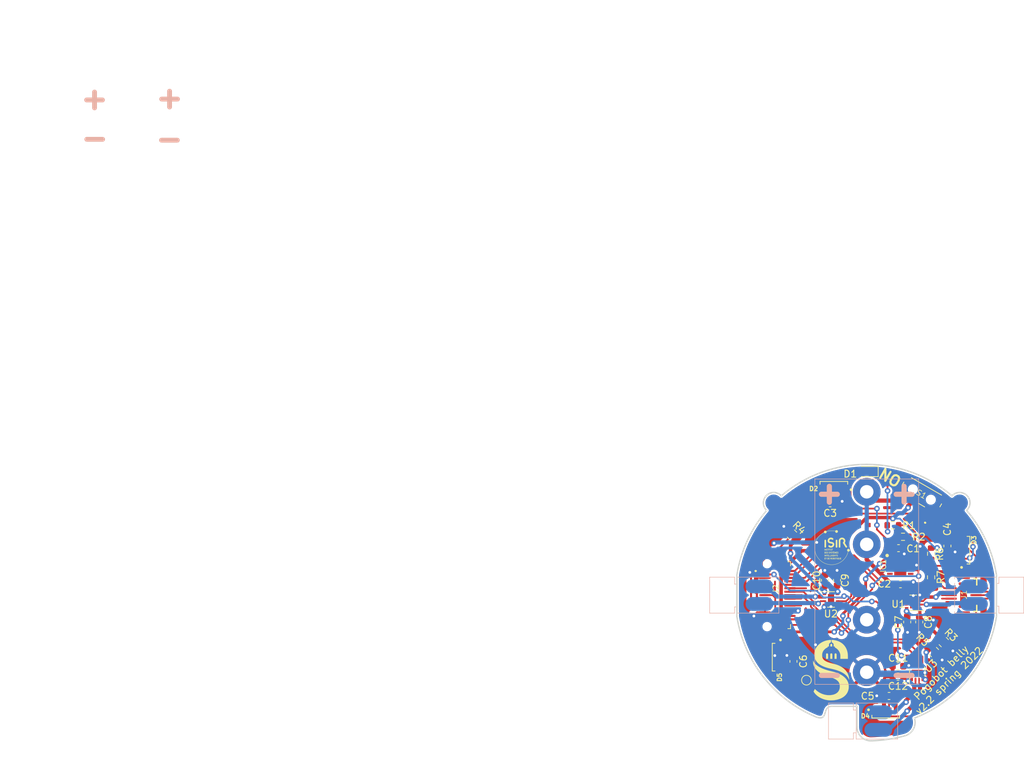
<source format=kicad_pcb>
(kicad_pcb (version 20211014) (generator pcbnew)
  (title_block (title "Pogobot belly") (date "2022-03-29") (rev "2.2") (company "ISIR"))
  (layers (0 "F.Cu" signal) (31 "B.Cu" signal) (34 "B.Paste" user) (35 "F.Paste" user) (36 "B.SilkS" user "B.Silkscreen") (37 "F.SilkS" user "F.Silkscreen") (38 "B.Mask" user) (39 "F.Mask" user) (44 "Edge.Cuts" user))
  (net 0 "")
  (net 1 "GND")
  (net 2 "+5V")
  (net 3 "Net-(C2-Pad1)")
  (net 4 "Net-(D1-Pad1)")
  (net 5 "+BATT")
  (net 6 "iCE_RX")
  (net 7 "iCE_TX")
  (net 8 "IMU_INT")
  (net 9 "+3V3")
  (net 10 "LED_CHARGE")
  (net 11 "GPIO2")
  (net 12 "Net-(D2-Pad3)")
  (net 13 "Net-(D3-Pad3)")
  (net 14 "Net-(D4-Pad3)")
  (net 15 "Net-(D5-Pad3)")
  (net 18 "FLASH_CS")
  (net 19 "SPI_MISO")
  (net 20 "SPI_MOSI")
  (net 21 "SPI_CLK")
  (net 22 "~{RESET}")
  (net 23 "GPIO8")
  (net 24 "unconnected-(J2-Pad21)")
  (net 25 "Net-(M1-Pad1)")
  (net 27 "/CH4")
  (net 28 "/CH5")
  (net 29 "/CH6")
  (net 32 "Net-(M2-Pad2)")
  (net 33 "RGB_LED_IN")
  (net 34 "CDONE")
  (net 35 "GPIO6")
  (net 36 "GPIO1")
  (net 37 "GPIO0")
  (net 39 "GPIO4")
  (net 40 "GPIO3")
  (net 45 "RGB_LED_OUT")
  (net 46 "/prog")
  (net 47 "Net-(M3-Pad1)")
  (net 48 "Net-(M1-Pad2)")
  (net 49 "Net-(M2-Pad1)")
  (net 50 "Net-(M3-Pad2)")
  (net 51 "Net-(C8-Pad1)")
  (net 52 "Net-(C10-Pad1)")
  (net 53 "Net-(C12-Pad1)")
  (net 54 "/CH7")
  (net 55 "GPIO7")
  (net 56 "GPIO5")
  (footprint "LED_SMD:LED_0603_1608Metric_Pad1.05x0.95mm_HandSolder" (layer "F.Cu") (at 106.1984 49.1228 180)
    (fp_text reference "D1")
    (fp_text value "LED")
  )
  (footprint "Resistor_SMD:R_0603_1608Metric" (layer "F.Cu") (at 109.983 56.8952)
    (fp_text reference "R1")
    (fp_text value "1K")
  )
  (footprint "Resistor_SMD:R_0603_1608Metric" (layer "F.Cu") (at 111.4468 58.5588)
    (fp_text reference "R2")
    (fp_text value "10K")
  )
  (footprint "Capacitor_SMD:C_0603_1608Metric" (layer "F.Cu") (at 110.7968 60.2088)
    (fp_text reference "C1")
    (fp_text value "4.7uF")
  )
  (footprint "Capacitor_SMD:C_0603_1608Metric" (layer "F.Cu") (at 111.0752 65.42297)
    (fp_text reference "C2")
    (fp_text value "4.7uF")
  )
  (footprint "Footprints:10132797015100LF" (layer "F.Cu") (at 120.1984 67.0044 90)
    (fp_text reference "J1")
    (fp_text value "10132797-015100LF" hide)
  )
  (footprint "Footprints:10132797035100LF" (layer "F.Cu") (at 93.2984 67.0044 -90)
    (fp_text reference "J2")
    (fp_text value "10132797-035100LF" hide)
  )
  (footprint "TestPoint:TestPoint_Pad_D1.0mm" (layer "F.Cu") (at 97.4862 79.298)
    (fp_text reference "TP4" hide)
    (fp_text value "RGB_Out" hide)
  )
  (footprint "Footprints:MSK12C02" (layer "F.Cu") (at 114.166 52.447775 150)
    (fp_text reference "S1")
    (fp_text value "MSK12C02" hide)
  )
  (footprint "Capacitor_SMD:C_0603_1608Metric" (layer "F.Cu") (at 100.9152 53.7202 180)
    (fp_text reference "C3")
    (fp_text value "1uF")
  )
  (footprint "Capacitor_SMD:C_0603_1608Metric" (layer "F.Cu") (at 117.857 59.8924 90)
    (fp_text reference "C4")
    (fp_text value "1uF")
  )
  (footprint "Capacitor_SMD:C_0603_1608Metric" (layer "F.Cu") (at 109.4242 81.584)
    (fp_text reference "C5")
    (fp_text value "1uF")
  )
  (footprint "Capacitor_SMD:C_0603_1608Metric" (layer "F.Cu") (at 95.6066 76.5802 -90)
    (fp_text reference "C6")
    (fp_text value "1uF")
  )
  (footprint "MyFootprints:logo_isir_petit" (layer "F.Cu") (at 101.1968 60.1088)
    (fp_text reference "G***" hide)
    (fp_text value "LOGO" hide)
  )
  (footprint "Footprints:LED_IN-PI42TASPRPGPB" (layer "F.Cu") (at 101.4486 51.3072 180)
    (fp_text reference "D2")
    (fp_text value "IN-PI42TASPRPGPB")
  )
  (footprint "Footprints:LED_IN-PI42TASPRPGPB" (layer "F.Cu") (at 120.3462 60.502 90)
    (fp_text reference "D3")
    (fp_text value "IN-PI42TASPRPGPB")
  )
  (footprint "Footprints:LED_IN-PI42TASPRPGPB" (layer "F.Cu") (at 108.9416 84.0224)
    (fp_text reference "D4")
    (fp_text value "IN-PI42TASPRPGPB")
  )
  (footprint "Footprints:LED_IN-PI42TASPRPGPB" (layer "F.Cu") (at 93.2952 75.9706 -90)
    (fp_text reference "D5")
    (fp_text value "IN-PI42TASPRPGPB")
  )
  (footprint "Footprints:SON50P300X300X100-11N-D" (layer "F.Cu") (at 111.0484 62.9194)
    (fp_text reference "IC1")
    (fp_text value "MCP73123-22SI_MF" hide)
  )
  (footprint "Package_SON:WSON-8-1EP_2x2mm_P0.5mm_EP0.9x1.6mm" (layer "F.Cu") (at 112.9184 68.1094 180)
    (fp_text reference "U1")
    (fp_text value "DRV8837C")
  )
  (footprint "Capacitor_SMD:C_0603_1608Metric" (layer "F.Cu") (at 110.7184 78.7794 180)
    (fp_text reference "C12")
    (fp_text value "100n")
  )
  (footprint "Package_SON:WSON-8-1EP_2x2mm_P0.5mm_EP0.9x1.6mm" (layer "F.Cu") (at 113.500668 78.239451 90)
    (fp_text reference "U3")
    (fp_text value "DRV8837C")
  )
  (footprint "Resistor_SMD:R_0603_1608Metric" (layer "F.Cu") (at 115.5084 61.0194 -90)
    (fp_text reference "R6")
    (fp_text value "10K")
  )
  (footprint "Capacitor_SMD:C_0603_1608Metric" (layer "F.Cu") (at 100.1584 64.8494 90)
    (fp_text reference "C10")
    (fp_text value "100n")
  )
  (footprint "Resistor_SMD:R_0805_2012Metric" (layer "F.Cu") (at 115.9084 75.2294 135)
    (fp_text reference "R5")
    (fp_text value "0")
  )
  (footprint "Capacitor_SMD:C_0603_1608Metric" (layer "F.Cu") (at 112.0484 70.8894 -90)
    (fp_text reference "C7")
    (fp_text value "100n")
  )
  (footprint "Capacitor_SMD:C_0603_1608Metric" (layer "F.Cu") (at 113.7884 70.8894 -90)
    (fp_text reference "C8")
    (fp_text value "100n")
  )
  (footprint "Capacitor_SMD:C_0603_1608Metric" (layer "F.Cu") (at 110.7184 77.2794 180)
    (fp_text reference "C11")
    (fp_text value "100n")
  )
  (footprint "Resistor_SMD:R_0603_1608Metric" (layer "F.Cu") (at 115.5084 64.4194 -90)
    (fp_text reference "R7")
    (fp_text value "10K")
  )
  (footprint "Footprints:LOGO_SU_without_text" (layer "F.Cu") (at 101.0676 77.8502)
    (fp_text reference "G***" hide)
    (fp_text value "LOGO" hide)
  )
  (footprint "Resistor_SMD:R_0805_2012Metric" (layer "F.Cu") (at 117.3384 73.7994 135)
    (fp_text reference "R3")
    (fp_text value "0")
  )
  (footprint "Package_SON:WSON-8-1EP_2x2mm_P0.5mm_EP0.9x1.6mm" (layer "F.Cu") (at 101.0384 67.6294)
    (fp_text reference "U2")
    (fp_text value "DRV8837C")
  )
  (footprint "Capacitor_SMD:C_0603_1608Metric" (layer "F.Cu") (at 101.9084 64.8444 90)
    (fp_text reference "C9")
    (fp_text value "100n")
  )
  (footprint "Resistor_SMD:R_0805_2012Metric" (layer "F.Cu") (at 95.3984 58.2494 -45)
    (fp_text reference "R4")
    (fp_text value "0")
  )
  (footprint "Fiducial:Fiducial_0.5mm_Mask1.5mm" (layer "F.Cu") (at 99 83)
    (fp_text reference "REF**" hide)
    (fp_text value "Fiducial_0.5mm_Mask1.5mm")
  )
  (footprint "MyFootprints:Vibrating_5x6mm_DC_motor" (layer "B.Cu") (at 121.6984 67.0044 180)
    (fp_text reference "M1" hide)
    (fp_text value "Motor_DC")
  )
  (footprint "MyFootprints:Vibrating_5x6mm_DC_motor" (layer "B.Cu") (at 90.6984 67.0044)
    (fp_text reference "M2" hide)
    (fp_text value "Motor_DC")
  )
  (footprint "MyFootprints:Vibrating_5x6mm_DC_motor" (layer "B.Cu") (at 107.8748 85.2144)
    (fp_text reference "M3" hide)
    (fp_text value "Motor_DC")
  )
  (footprint "MyFootprints:CR2_Holder" (layer "B.Cu") (at 106.1984 65.0044 90)
    (fp_text reference "J3" hide)
    (fp_text value "A/AA PCB Battery clip")
  )
  (gr_curve (pts (xy 112.95213 86.36102) (xy 113.21193 85.877808) (xy 113.261824 85.309088) (xy 113.09013 84.78802)) (layer "Edge.Cuts") (width 0.2))
  (gr_curve (pts (xy 105.38313 87.49702) (xy 105.773239 87.882851) (xy 106.304727 88.091469) (xy 106.85313 88.07402)) (layer "Edge.Cuts") (width 0.2))
  (gr_curve (pts (xy 91.73713 54.75102) (xy 89.470707 57.407378) (xy 87.980143 60.636934) (xy 87.42913 64.085021)) (layer "Edge.Cuts") (width 0.2))
  (gr_curve (pts (xy 93.85713 52.63202) (xy 93.483842 52.227945) (xy 92.919316 52.060621) (xy 92.38613 52.19602)) (layer "Edge.Cuts") (width 0.2))
  (gr_line (start 101.19013 83.08502) (end 104.79013 83.08502) (layer "Edge.Cuts") (width 0.2))
  (gr_curve (pts (xy 124.95213 64.085021) (xy 124.400829 60.63683) (xy 122.909914 57.407265) (xy 120.64313 54.75102)) (layer "Edge.Cuts") (width 0.2))
  (gr_curve (pts (xy 119.99513 52.19602) (xy 119.461944 52.060621) (xy 118.897418 52.227945) (xy 118.52413 52.63202)) (layer "Edge.Cuts") (width 0.2))
  (gr_curve (pts (xy 104.79013 86.03302) (xy 104.778558 86.581712) (xy 104.99297 87.111051) (xy 105.38313 87.49702)) (layer "Edge.Cuts") (width 0.2))
  (gr_curve (pts (xy 118.52413 52.63202) (xy 111.419436 46.569149) (xy 100.961824 46.569149) (xy 93.85713 52.63202)) (layer "Edge.Cuts") (width 0.2))
  (gr_curve (pts (xy 91.30213 53.28002) (xy 91.166485 53.813022) (xy 91.333416 54.377516) (xy 91.73713 54.75102)) (layer "Edge.Cuts") (width 0.2))
  (gr_curve (pts (xy 113.09013 84.78802) (xy 119.373104 82.339251) (xy 123.887414 76.743744) (xy 124.95213 70.08502)) (layer "Edge.Cuts") (width 0.2))
  (gr_curve (pts (xy 120.64313 54.75102) (xy 121.047205 54.377732) (xy 121.214529 53.813206) (xy 121.07913 53.28002)) (layer "Edge.Cuts") (width 0.2))
  (gr_curve (pts (xy 98.94113 84.64702) (xy 100.76113 85.25802) (xy 99.64213 83.03802) (xy 101.19013 83.08502)) (layer "Edge.Cuts") (width 0.2))
  (gr_curve (pts (xy 111.71713 87.34402) (xy 112.246156 87.199531) (xy 112.692644 86.844148) (xy 112.95213 86.36102)) (layer "Edge.Cuts") (width 0.2))
  (gr_curve (pts (xy 87.42913 70.08502) (xy 88.472804 76.610776) (xy 92.832419 82.125433) (xy 98.94113 84.64702)) (layer "Edge.Cuts") (width 0.2))
  (gr_curve (pts (xy 104.79013 83.08502) (xy 104.79013 83.08502) (xy 104.79013 86.03302) (xy 104.79013 86.03302)) (layer "Edge.Cuts") (width 0.2))
  (gr_curve (pts (xy 124.95213 70.08502) (xy 124.95213 70.08502) (xy 124.95213 64.085021) (xy 124.95213 64.085021)) (layer "Edge.Cuts") (width 0.2))
  (gr_curve (pts (xy 87.42913 64.085021) (xy 87.42913 64.085021) (xy 87.42913 70.08502) (xy 87.42913 70.08502)) (layer "Edge.Cuts") (width 0.2))
  (gr_curve (pts (xy 92.38613 52.19602) (xy 91.853497 52.331483) (xy 91.437593 52.747387) (xy 91.30213 53.28002)) (layer "Edge.Cuts") (width 0.2))
  (gr_curve (pts (xy 106.85313 88.07402) (xy 108.49746 88.022051) (xy 110.129988 87.777038) (xy 111.71713 87.34402)) (layer "Edge.Cuts") (width 0.2))
  (gr_curve (pts (xy 121.07913 53.28002) (xy 120.943667 52.747387) (xy 120.527763 52.331483) (xy 119.99513 52.19602)) (layer "Edge.Cuts") (width 0.2))
  (gr_text "-" (at -5.3848 0.8636) (layer "B.SilkS") (effects (font (size 3 3) (thickness 0.7)) (justify mirror)))
  (gr_text "-" (at 5.4102 0.9906) (layer "B.SilkS") (effects (font (size 3 3) (thickness 0.7)) (justify mirror)))
  (gr_text "+" (at 5.4356 -4.953) (layer "B.SilkS") (effects (font (size 3 3) (thickness 0.7)) (justify mirror)))
  (gr_text "+" (at -5.4102 -4.826) (layer "B.SilkS") (effects (font (size 3 3) (thickness 0.7)) (justify mirror)))
  (gr_text "Pogobot belly\nv2.2 spring 2022\n" (at 117.5384 78.7994 45) (layer "F.SilkS") (effects (font (size 1 1))))
  (gr_text "ON" (at 109.6084 49.9294 150) (layer "F.SilkS") (effects (font (size 1.5 1.5) (thickness 0.3))))
  (segment (start 90.3234 67.2838) (end 90.544 67.5044) (width 0.3) (layer "F.Cu") (net 1))
  (segment (start 111.6593 59.6838) (end 111.6593 60.2088) (width 0.6) (layer "F.Cu") (net 1))
  (segment (start 110.3894 83.6452) (end 110.3894 81.6867) (width 0.5) (layer "F.Cu") (net 1))
  (segment (start 117.8791 59.052) (end 119.9712 59.052) (width 0.25) (layer "F.Cu") (net 1))
  (segment (start 101.0284 68.6594) (end 101.0284 67.6394) (width 0.25) (layer "F.Cu") (net 1))
  (segment (start 111.6218 62.3585) (end 111.06707 62.91323) (width 0.6) (layer "F.Cu") (net 1))
  (segment (start 114.8344 59.0299) (end 117.857 59.0299) (width 0.25) (layer "F.Cu") (net 1))
  (segment (start 112.9184 68.1094) (end 112.9184 67.0794) (width 0.25) (layer "F.Cu") (net 1))
  (segment (start 101.0284 67.6394) (end 101.0384 67.6294) (width 0.25) (layer "F.Cu") (net 1))
  (segment (start 110.5343 58.5588) (end 111.6593 59.6838) (width 0.6) (layer "F.Cu") (net 1))
  (segment (start 91.5884 74.2094) (end 91.8884 73.9094) (width 0.5) (layer "F.Cu") (net 1))
  (segment (start 90.544 67.5044) (end 91.4984 67.5044) (width 0.3) (layer "F.Cu") (net 1))
  (segment (start 115.829088 70.608712) (end 115.829088 70.573712) (width 0.25) (layer "F.Cu") (net 1))
  (segment (start 110.3894 81.6867) (end 110.2867 81.584) (width 0.5) (layer "F.Cu") (net 1))
  (segment (start 113.7884 72.3694) (end 113.7984 72.3794) (width 0.25) (layer "F.Cu") (net 1))
  (segment (start 99.9986 51.6822) (end 99.9754 51.7054) (width 0.6) (layer "F.Cu") (net 1))
  (segment (start 100.0584 68.4094) (end 100.0884 68.3794) (width 0.25) (layer "F.Cu") (net 1))
  (segment (start 114.658451 79.189451) (end 114.250669 79.189451) (width 0.25) (layer "F.Cu") (net 1))
  (segment (start 112.0484 72.3294) (end 112.0984 72.3794) (width 0.25) (layer "F.Cu") (net 1))
  (segment (start 113.3968 62.6588) (end 113.14237 62.91323) (width 0.3) (layer "F.Cu") (net 1))
  (segment (start 112.0484 71.6644) (end 112.0484 72.3294) (width 0.25) (layer "F.Cu") (net 1))
  (segment (start 99.9754 51.7054) (end 99.9754 53.6429) (width 0.6) (layer "F.Cu") (net 1))
  (segment (start 113.9249 59.9394) (end 114.8344 59.0299) (width 0.25) (layer "F.Cu") (net 1))
  (segment (start 111.6593 60.9963) (end 111.6593 60.2088) (width 0.6) (layer "F.Cu") (net 1))
  (segment (start 90.2458 65.5044) (end 91.4984 65.5044) (width 0.25) (layer "F.Cu") (net 1))
  (segment (start 114.578349 78.239451) (end 113.500668 78.239451) (width 0.25) (layer "F.Cu") (net 1))
  (segment (start 92.4382 59.4794) (end 90.198889 61.718711) (width 0.6) (layer "F.Cu") (net 1))
  (segment (start 113.7884 71.6644) (end 113.7884 72.3694) (width 0.25) (layer "F.Cu") (net 1))
  (segment (start 90.3234 66.5218) (end 90.3408 66.5044) (width 0.25) (layer "F.Cu") (net 1))
  (segment (start 90.198889 65.819889) (end 90.198889 65.503311) (width 0.6) (layer "F.Cu") (net 1))
  (segment (start 95.5987 77.4506) (end 95.6066 77.4427) (width 0.25) (layer "F.Cu") (net 1))
  (segment (start 100.0584 68.7549) (end 100.0584 68.4094) (width 0.25) (layer "F.Cu") (net 1))
  (segment (start 90.1964 64.707378) (end 90.399378 64.5044) (width 0.25) (layer "F.Cu") (net 1))
  (segment (start 101.9084 64.0694) (end 101.9084 63.4194) (width 0.25) (layer "F.Cu") (net 1))
  (segment (start 90.198889 61.718711) (end 90.198889 65.452511) (width 0.6) (layer "F.Cu") (net 1))
  (segment (start 100.1584 64.0744) (end 101.9034 64.0744) (width 0.25) (layer "F.Cu") (net 1))
  (segment (start 90.3834 66.0044) (end 90.198889 65.819889) (width 0.25) (layer "F.Cu") (net 1))
  (segment (start 100.1584 64.0744) (end 100.1584 63.4294) (width 0.25) (layer "F.Cu") (net 1))
  (segment (start 90.1964 65.455) (end 90.1964 64.707378) (width 0.25) (layer "F.Cu") (net 1))
  (segment (start 114.6784 79.2094) (end 114.658451 79.189451) (width 0.25) (layer "F.Cu") (net 1))
  (segment (start 113.8684 67.3594) (end 113.8684 66.9794) (width 0.25) (layer "F.Cu") (net 1))
  (segment (start 95.9784 73.8994) (end 98.5184 73.8994) (width 0.5) (layer "F.Cu") (net 1))
  (segment (start 90.3234 66.5218) (end 90.3234 67.2838) (width 0.3) (layer "F.Cu") (net 1))
  (segment (start 113.3968 62.6588) (end 113.15123 62.41323) (width 0.3) (layer "F.Cu") (net 1))
  (segment (start 114.5984 78.2194) (end 114.578349 78.239451) (width 0.25) (layer "F.Cu") (net 1))
  (segment (start 115.829088 70.573712) (end 118.3984 68.0044) (width 0.25) (layer "F.Cu") (net 1))
  (segment (start 90.3234 66.5218) (end 90.198889 66.5218) (width 0.3) (layer "F.Cu") (net 1))
  (segment (start 100.1584 63.4294) (end 100.1484 63.4194) (width 0.25) (layer "F.Cu") (net 1))
  (segment (start 112.93523 65.12297) (end 112.63523 65.42297) (width 0.6) (layer "F.Cu") (net 1))
  (segment (start 112.9184 67.0794) (end 112.9284 67.0694) (width 0.25) (layer "F.Cu") (net 1))
  (segment (start 92.7984 59.4794) (end 92.4382 59.4794) (width 0.6) (layer "F.Cu") (net 1))
  (segment (start 95.9684 73.9094) (end 95.9784 73.8994) (width 0.5) (layer "F.Cu") (net 1))
  (segment (start 113.15123 62.41323) (end 112.56707 62.41323) (width 0.3) (layer "F.Cu") (net 1))
  (segment (start 98.5184 73.8994) (end 98.7984 74.1794) (width 0.5) (layer "F.Cu") (net 1))
  (segment (start 111.6218 61.0338) (end 111.6593 60.9963) (width 0.6) (layer "F.Cu") (net 1))
  (segment (start 90.198889 66.5218) (end 90.198889 65.819889) (width 0.6) (layer "F.Cu") (net 1))
  (segment (start 113.14237 62.91323) (end 112.56707 62.91323) (width 0.3) (layer "F.Cu") (net 1))
  (segment (start 110.3916 83.6474) (end 110.3894 83.6452) (width 0.5) (layer "F.Cu") (net 1))
  (segment (start 90.2218 65.4804) (end 90.2458 65.5044) (width 0.25) (layer "F.Cu") (net 1))
  (segment (start 111.6218 61.0338) (end 111.6218 62.3585) (width 0.6) (layer "F.Cu") (net 1))
  (segment (start 99.9754 53.6429) (end 100.0527 53.7202) (width 0.6) (layer "F.Cu") (net 1))
  (segment (start 93.6702 77.4506) (end 95.5987 77.4506) (width 0.25) (layer "F.Cu") (net 1))
  (segment (start 91.8884 73.9094) (end 95.9684 73.9094) (width 0.5) (layer "F.Cu") (net 1))
  (segment (start 90.399378 64.5044) (end 91.4984 64.5044) (width 0.25) (layer "F.Cu") (net 1))
  (segment (start 90.3408 66.5044) (end 91.4984 66.5044) (width 0.25) (layer "F.Cu") (net 1))
  (segment (start 117.857 59.0299) (end 117.8791 59.052) (width 0.25) (layer "F.Cu") (net 1))
  (segment (start 101.9034 64.0744) (end 101.9084 64.0694) (width 0.25) (layer "F.Cu") (net 1))
  (segment (start 91.4984 66.0044) (end 90.3834 66.0044) (width 0.25) (layer "F.Cu") (net 1))
  (segment (start 112.63523 65.42297) (end 111.9377 65.42297) (width 0.6) (layer "F.Cu") (net 1))
  (via (at 113.9249 59.9394) (size 0.8) (drill 0.4) (layers "F.Cu" "B.Cu") (net 1))
  (via (at 112.93523 65.12297) (size 0.8) (drill 0.4) (layers "F.Cu" "B.Cu") (net 1))
  (via (at 114.5984 78.2194) (size 0.8) (drill 0.4) (layers "F.Cu" "B.Cu") (net 1))
  (via (at 100.1484 63.4194) (size 0.8) (drill 0.4) (layers "F.Cu" "B.Cu") (net 1))
  (via (at 112.9284 67.0694) (size 0.8) (drill 0.4) (layers "F.Cu" "B.Cu") (net 1))
  (via (at 113.7984 72.3794) (size 0.8) (drill 0.4) (layers "F.Cu" "B.Cu") (net 1))
  (via (at 100.0584 68.7549) (size 0.8) (drill 0.4) (layers "F.Cu" "B.Cu") (net 1))
  (via (at 92.7984 59.4794) (size 0.8) (drill 0.4) (layers "F.Cu" "B.Cu") (net 1))
  (via (at 114.6784 79.2094) (size 0.8) (drill 0.4) (layers "F.Cu" "B.Cu") (net 1))
  (via (at 98.7984 74.1794) (size 0.8) (drill 0.4) (layers "F.Cu" "B.Cu") (net 1))
  (via (at 111.6218 61.0338) (size 0.8) (drill 0.4) (layers "F.Cu" "B.Cu") (net 1))
  (via (at 101.9084 63.4194) (size 0.8) (drill 0.4) (layers "F.Cu" "B.Cu") (net 1))
  (via (at 113.3968 62.6588) (size 0.8) (drill 0.4) (layers "F.Cu" "B.Cu") (net 1))
  (via (at 113.8684 66.9794) (size 0.8) (drill 0.4) (layers "F.Cu" "B.Cu") (net 1))
  (via (at 112.0984 72.3794) (size 0.8) (drill 0.4) (layers "F.Cu" "B.Cu") (net 1))
  (via (at 101.0284 68.6594) (size 0.8) (drill 0.4) (layers "F.Cu" "B.Cu") (net 1))
  (via (at 98.9784 59.3694) (size 0.8) (drill 0.4) (layers "F.Cu" "B.Cu") (net 1))
  (via (at 115.829088 70.608712) (size 0.8) (drill 0.4) (layers "F.Cu" "B.Cu") (net 1))
  (segment (start 114.0484 78.5794) (end 106.6234 78.5794) (width 0.5) (layer "B.Cu") (net 1))
  (segment (start 114.5984 78.2194) (end 114.5334 78.1544) (width 0.5) (layer "B.Cu") (net 1))
  (segment (start 114.5334 78.1544) (end 106.1984 78.1544) (width 0.5) (layer "B.Cu") (net 1))
  (segment (start 114.6784 79.2094) (end 114.0484 78.5794) (width 0.5) (layer "B.Cu") (net 1))
  (segment (start 98.9784 59.3694) (end 98.9684 59.3794) (width 0.6) (layer "B.Cu") (net 1))
  (segment (start 92.8984 59.3794) (end 92.7984 59.4794) (width 0.6) (layer "B.Cu") (net 1))
  (segment (start 98.9684 59.3794) (end 92.8984 59.3794) (width 0.6) (layer "B.Cu") (net 1))
  (segment (start 115.569088 70.608712) (end 115.829088 70.608712) (width 0.25) (layer "B.Cu") (net 1))
  (segment (start 113.7984 72.3794) (end 115.569088 70.608712) (width 0.25) (layer "B.Cu") (net 1))
  (segment (start 106.6234 78.5794) (end 106.1984 78.1544) (width 0.5) (layer "B.Cu") (net 1))
  (segment (start 90.8684 70.9494) (end 90.8684 70.6344) (width 0.25) (layer "F.Cu") (net 2))
  (segment (start 90.8684 70.9494) (end 90.8684 72.0494) (width 0.4) (layer "F.Cu") (net 2))
  (segment (start 108.61457 61.91323) (end 109.56707 61.91323) (width 0.254) (layer "F.Cu") (net 2))
  (segment (start 109.56707 61.91323) (end 109.56707 62.41323) (width 0.254) (layer "F.Cu") (net 2))
  (segment (start 107.6716 57.5037) (end 109.9343 59.7664) (width 0.254) (layer "F.Cu") (net 2))
  (segment (start 104.953811 54.482211) (end 103.8616 53.39) (width 0.25) (layer "F.Cu") (net 2))
  (segment (start 108.068943 62.458857) (end 108.61457 61.91323) (width 0.254) (layer "F.Cu") (net 2))
  (segment (start 109.9343 59.7664) (end 109.9343 60.2088) (width 0.254) (layer "F.Cu") (net 2))
  (segment (start 90.8684 70.9494) (end 91.3134 70.5044) (width 0.25) (layer "F.Cu") (net 2))
  (segment (start 92.0184 73.1994) (end 94.4284 73.1994) (width 0.4) (layer "F.Cu") (net 2))
  (segment (start 107.6716 54.482211) (end 104.953811 54.482211) (width 0.25) (layer "F.Cu") (net 2))
  (segment (start 91.4984 70.0044) (end 91.4984 70.5044) (width 0.25) (layer "F.Cu") (net 2))
  (segment (start 95.31486 72.31294) (end 101.4984 72.31294) (width 0.4) (layer "F.Cu") (net 2))
  (segment (start 107.6716 56.8698) (end 107.6716 57.5037) (width 0.254) (layer "F.Cu") (net 2))
  (segment (start 102.7584 69.698328) (end 106.046101 66.410627) (width 0.4) (layer "F.Cu") (net 2))
  (segment (start 103.8616 50.5846) (end 105.3234 49.1228) (width 0.25) (layer "F.Cu") (net 2))
  (segment (start 109.56707 60.57603) (end 109.9343 60.2088) (width 0.4) (layer "F.Cu") (net 2))
  (segment (start 90.8684 70.6344) (end 91.4984 70.0044) (width 0.25) (layer "F.Cu") (net 2))
  (segment (start 108.11457 62.41323) (end 109.56707 62.41323) (width 0.254) (layer "F.Cu") (net 2))
  (segment (start 90.8684 72.0494) (end 92.0184 73.1994) (width 0.4) (layer "F.Cu") (net 2))
  (segment (start 91.3134 70.5044) (end 91.4984 70.5044) (width 0.25) (layer "F.Cu") (net 2))
  (segment (start 106.046101 66.410627) (end 106.046101 64.661699) (width 0.4) (layer "F.Cu") (net 2))
  (segment (start 103.8616 53.39) (end 103.8616 50.5846) (width 0.25) (layer "F.Cu") (net 2))
  (segment (start 94.4284 73.1994) (end 95.31486 72.31294) (width 0.4) (layer "F.Cu") (net 2))
  (segment (start 108.068943 62.458857) (end 108.11457 62.41323) (width 0.254) (layer "F.Cu") (net 2))
  (segment (start 109.56707 61.91323) (end 109.56707 60.57603) (width 0.4) (layer "F.Cu") (net 2))
  (segment (start 102.7584 70.0094) (end 102.7584 69.698328) (width 0.4) (layer "F.Cu") (net 2))
  (via (at 107.6716 54.482211) (size 0.8) (drill 0.4) (layers "F.Cu" "B.Cu") (net 2))
  (via (at 106.046101 64.661699) (size 0.8) (drill 0.4) (layers "F.Cu" "B.Cu") (net 2))
  (via (at 108.068943 62.458857) (size 0.8) (drill 0.4) (layers "F.Cu" "B.Cu") (net 2))
  (via (at 107.6716 56.8698) (size 0.8) (drill 0.4) (layers "F.Cu" "B.Cu") (net 2))
  (via (at 102.7584 70.0094) (size 0.8) (drill 0.4) (layers "F.Cu" "B.Cu") (net 2))
  (via (at 101.4984 72.31294) (size 0.8) (drill 0.4) (layers "F.Cu" "B.Cu") (net 2))
  (segment (start 106.046101 64.481699) (end 108.068943 62.458857) (width 0.4) (layer "B.Cu") (net 2))
  (segment (start 106.046101 64.661699) (end 106.046101 64.481699) (width 0.4) (layer "B.Cu") (net 2))
  (segment (start 102.7584 71.05294) (end 101.4984 72.31294) (width 0.4) (layer "B.Cu") (net 2))
  (segment (start 107.6716 54.482211) (end 107.6716 56.8698) (width 0.25) (layer "B.Cu") (net 2))
  (segment (start 102.7584 70.0094) (end 102.7584 71.05294) (width 0.4) (layer "B.Cu") (net 2))
  (segment (start 110.892254 53.325111) (end 111.292443 52.924922) (width 0.6) (layer "F.Cu") (net 3))
  (segment (start 107.469111 53.325111) (end 110.892254 53.325111) (width 0.6) (layer "F.Cu") (net 3))
  (segment (start 106.1984 61.8604) (end 106.1984 59.6544) (width 0.6) (layer "F.Cu") (net 3))
  (segment (start 108.79097 62.91323) (end 107.951 63.7532) (width 0.3) (layer "F.Cu") (net 3))
  (segment (start 106.1984 52.0544) (end 107.469111 53.325111) (width 0.6) (layer "F.Cu") (net 3))
  (segment (start 110.2127 65.42297) (end 109.76097 65.42297) (width 0.6) (layer "F.Cu") (net 3))
  (segment (start 108.79897 63.41323) (end 108.1796 64.0326) (width 0.3) (layer "F.Cu") (net 3))
  (segment (start 109.56707 62.91323) (end 108.79097 62.91323) (width 0.3) (layer "F.Cu") (net 3))
  (segment (start 109.56707 63.41323) (end 108.79897 63.41323) (width 0.3) (layer "F.Cu") (net 3))
  (segment (start 109.76097 65.42297) (end 106.1984 61.8604) (width 0.6) (layer "F.Cu") (net 3))
  (segment (start 106.1984 59.6544) (end 106.1984 52.0544) (width 0.6) (layer "B.Cu") (net 3))
  (segment (start 109.221 57.8096) (end 109.221 57.0457) (width 0.25) (layer "F.Cu") (net 4))
  (segment (start 109.2084 51.9194) (end 109.2084 51.2578) (width 0.25) (layer "F.Cu") (net 4))
  (segment (start 109.2084 51.2578) (end 107.0734 49.1228) (width 0.25) (layer "F.Cu") (net 4))
  (segment (start 109.221 57.0457) (end 109.0705 56.8952) (width 0.25) (layer "F.Cu") (net 4))
  (via (at 109.221 57.8096) (size 0.8) (drill 0.4) (layers "F.Cu" "B.Cu") (net 4))
  (via (at 109.2084 51.9194) (size 0.8) (drill 0.4) (layers "F.Cu" "B.Cu") (net 4))
  (segment (start 109.1956 57.7842) (end 109.221 57.8096) (width 0.25) (layer "B.Cu") (net 4))
  (segment (start 109.1956 51.9322) (end 109.1956 57.7842) (width 0.25) (layer "B.Cu") (net 4))
  (segment (start 109.2084 51.9194) (end 109.1956 51.9322) (width 0.25) (layer "B.Cu") (net 4))
  (segment (start 93.8284 63.025378) (end 93.8284 70.0794) (width 0.5) (layer "F.Cu") (net 5))
  (segment (start 115.5709 60.1694) (end 115.5084 60.1069) (width 0.25) (layer "F.Cu") (net 5))
  (segment (start 94.2534 70.5044) (end 95.0984 70.5044) (width 0.25) (layer "F.Cu") (net 5))
  (segment (start 94.2434 70.0044) (end 95.0984 70.0044) (width 0.25) (layer "F.Cu") (net 5))
  (segment (start 109.825566 55.781231) (end 106.196569 55.781231) (width 0.5) (layer "F.Cu") (net 5))
  (segment (start 93.9984 70.2494) (end 94.2534 70.5044) (width 0.25) (layer "F.Cu") (net 5))
  (segment (start 94.164378 62.6894) (end 93.8284 63.025378) (width 0.5) (layer "F.Cu") (net 5))
  (segment (start 112.1684 54.3594) (end 112.1684 54.098003) (width 0.6) (layer "F.Cu") (net 5))
  (segment (start 116.3684 60.1694) (end 115.5709 60.1694) (width 0.25) (layer "F.Cu") (net 5))
  (segment (start 112.1684 54.098003) (end 112.591481 53.674922) (width 0.6) (layer "F.Cu") (net 5))
  (segment (start 109.975546 55.931211) (end 109.825566 55.781231) (width 0.5) (layer "F.Cu") (net 5))
  (segment (start 93.8284 70.0794) (end 93.9984 70.2494) (width 0.5) (layer "F.Cu") (net 5))
  (segment (start 101.3984 60.5794) (end 96.7984 60.5794) (width 0.5) (layer "F.Cu") (net 5))
  (segment (start 93.9984 70.2494) (end 94.2434 70.0044) (width 0.25) (layer "F.Cu") (net 5))
  (segment (start 96.7984 60.5794) (end 94.6884 62.6894) (width 0.5) (layer "F.Cu") (net 5))
  (segment (start 94.6884 62.6894) (end 94.164378 62.6894) (width 0.5) (layer "F.Cu") (net 5))
  (segment (start 106.196569 55.781231) (end 101.3984 60.5794) (width 0.5) (layer "F.Cu") (net 5))
  (segment (start 109.965015 55.92068) (end 109.975546 55.931211) (width 0.6) (layer "F.Cu") (net 5))
  (via (at 112.1684 54.3594) (size 0.8) (drill 0.4) (layers "F.Cu" "B.Cu") (net 5))
  (via (at 116.3684 60.1694) (size 0.8) (drill 0.4) (layers "F.Cu" "B.Cu") (net 5))
  (via (at 109.975546 55.931211) (size 0.8) (drill 0.4) (layers "F.Cu" "B.Cu") (net 5))
  (segment (start 114.7284 58.8194) (end 113.8684 58.8194) (width 0.25) (layer "B.Cu") (net 5))
  (segment (start 113.8684 58.8194) (end 110.980211 55.931211) (width 0.25) (layer "B.Cu") (net 5))
  (segment (start 112.1684 54.3594) (end 111.370532 55.157268) (width 0.6) (layer "B.Cu") (net 5))
  (segment (start 116.0784 60.1694) (end 114.7284 58.8194) (width 0.25) (layer "B.Cu") (net 5))
  (segment (start 116.3684 60.1694) (end 116.0784 60.1694) (width 0.25) (layer "B.Cu") (net 5))
  (segment (start 111.370532 55.157268) (end 110.749489 55.157268) (width 0.6) (layer "B.Cu") (net 5))
  (segment (start 110.749489 55.157268) (end 109.975546 55.931211) (width 0.6) (layer "B.Cu") (net 5))
  (segment (start 110.980211 55.931211) (end 109.975546 55.931211) (width 0.25) (layer "B.Cu") (net 5))
  (segment (start 95.0984 68.5044) (end 96.7234 68.5044) (width 0.25) (layer "F.Cu") (net 8))
  (segment (start 92.9142 75.742) (end 92.9356 75.7206) (width 0.25) (layer "F.Cu") (net 9))
  (segment (start 96.0262 69.5044) (end 95.0984 69.5044) (width 0.3) (layer "F.Cu") (net 9))
  (segment (start 111.9384 77.1794) (end 111.8384 77.2794) (width 0.25) (layer "F.Cu") (net 9))
  (segment (start 90.5534 69.0044) (end 91.4984 69.0044) (width 0.3) (layer "F.Cu") (net 9))
  (segment (start 117.0584 76.3794) (end 116.580151 75.901151) (width 0.25) (layer "F.Cu") (net 9))
  (segment (start 94.6572 75.7206) (end 95.6037 75.7206) (width 0.4) (layer "F.Cu") (net 9))
  (segment (start 95.0984 69.5044) (end 95.0984 69.0044) (width 0.3) (layer "F.Cu") (net 9))
  (segment (start 107.6462 81.5586) (end 108.5363 81.5586) (width 0.6) (layer "F.Cu") (net 9))
  (segment (start 92.9356 75.7206) (end 94.6572 75.7206) (width 0.4) (layer "F.Cu") (net 9))
  (segment (start 112.0484 70.1144) (end 111.9584 70.0244) (width 0.5) (layer "F.Cu") (net 9))
  (segment (start 96.2718 69.2588) (end 96.0262 69.5044) (width 0.3) (layer "F.Cu") (net 9))
  (segment (start 101.7026 51.6862) (end 101.6986 51.6822) (width 0.6) (layer "F.Cu") (net 9))
  (segment (start 101.9084 65.6194) (end 101.9084 66.3894) (width 0.5) (layer "F.Cu") (net 9))
  (segment (start 101.7026 53.6451) (end 101.7026 51.6862) (width 0.6) (layer "F.Cu") (net 9))
  (segment (start 91.4984 69.5044) (end 91.4984 69.0044) (width 0.25) (layer "F.Cu") (net 9))
  (segment (start 96.2718 69.2588) (end 96.0174 69.0044) (width 0.3) (layer "F.Cu") (net 9))
  (segment (start 112.3884 77.289451) (end 112.750668 77.289451) (width 0.25) (layer "F.Cu") (net 9))
  (segment (start 108.6916 83.6474) (end 108.6916 81.7139) (width 0.6) (layer "F.Cu") (net 9))
  (segment (start 90.349378 69.5044) (end 91.4984 69.5044) (width 0.3) (layer "F.Cu") (net 9))
  (segment (start 118.010151 74.471151) (end 118.050151 74.471151) (width 0.25) (layer "F.Cu") (net 9))
  (segment (start 117.0984 76.3794) (end 117.0584 76.3794) (width 0.25) (layer "F.Cu") (net 9))
  (segment (start 101.7777 53.7202) (end 101.7026 53.6451) (width 0.6) (layer "F.Cu") (net 9))
  (segment (start 89.299389 63.7094) (end 89.4784 63.888411) (width 0.3) (layer "F.Cu") (net 9))
  (segment (start 101.9084 66.3894) (end 101.9884 66.4694) (width 0.5) (layer "F.Cu") (net 9))
  (segment (start 89.4784 67.9294) (end 90.5534 69.0044) (width 0.3) (layer "F.Cu") (net 9))
  (segment (start 108.6916 81.7139) (end 108.5617 81.584) (width 0.6) (layer "F.Cu") (net 9))
  (segment (start 112.278349 77.1794) (end 111.9384 77.1794) (width 0.25) (layer "F.Cu") (net 9))
  (segment (start 94.2184 57.0494) (end 94.726649 57.557649) (width 0.25) (layer "F.Cu") (net 9))
  (segment (start 112.278349 77.1794) (end 112.3884 77.289451) (width 0.25) (layer "F.Cu") (net 9))
  (segment (start 101.9884 66.8794) (end 101.9884 66.4694) (width 0.25) (layer "F.Cu") (net 9))
  (segment (start 111.9584 69.3294) (end 111.9584 68.8694) (width 0.25) (layer "F.Cu") (net 9))
  (segment (start 118.050151 74.471151) (end 118.6484 75.0694) (width 0.25) (layer "F.Cu") (net 9))
  (segment (start 111.8384 77.2794) (end 111.4934 77.2794) (width 0.25) (layer "F.Cu") (net 9))
  (segment (start 119.9712 60.752) (end 117.8599 60.752) (width 0.25) (layer "F.Cu") (net 9))
  (segment (start 89.8884 69.965378) (end 90.349378 69.5044) (width 0.3) (layer "F.Cu") (net 9))
  (segment (start 89.8884 70.0194) (end 89.8884 69.965378) (width 0.3) (layer "F.Cu") (net 9))
  (segment (start 102.6468 53.4338) (end 102.0641 53.4338) (width 0.6) (layer "F.Cu") (net 9))
  (segment (start 111.9584 70.0244) (end 111.9584 69.3294) (width 0.5) (layer "F.Cu") (net 9))
  (segment (start 89.4784 63.888411) (end 89.4784 67.9294) (width 0.3) (layer "F.Cu") (net 9))
  (segment (start 96.0174 69.0044) (end 95.0984 69.0044) (width 0.3) (layer "F.Cu") (net 9))
  (segment (start 108.5363 81.5586) (end 108.5617 81.584) (width 0.6) (layer "F.Cu") (net 9))
  (segment (start 94.726649 57.557649) (end 94.726649 57.577649) (width 0.25) (layer "F.Cu") (net 9))
  (segment (start 102.0641 53.4338) (end 101.7777 53.7202) (width 0.6) (layer "F.Cu") (net 9))
  (via (at 101.9884 66.4694) (size 0.8) (drill 0.4) (layers "F.Cu" "B.Cu") (net 9))
  (via (at 96.2718 69.2588) (size 0.8) (drill 0.4) (layers "F.Cu" "B.Cu") (net 9))
  (via (at 107.6462 81.5586) (size 0.8) (drill 0.4) (layers "F.Cu" "B.Cu") (net 9))
  (via (at 117.0984 76.3794) (size 0.8) (drill 0.4) (layers "F.Cu" "B.Cu") (net 9))
  (via (at 89.299389 63.7094) (size 0.8) (drill 0.4) (layers "F.Cu" "B.Cu") (net 9))
  (via (at 118.6484 75.0694) (size 0.8) (drill 0.4) (layers "F.Cu" "B.Cu") (net 9))
  (via (at 94.2184 57.0494) (size 0.8) (drill 0.4) (layers "F.Cu" "B.Cu") (net 9))
  (via (at 112.278349 77.1794) (size 0.8) (drill 0.4) (layers "F.Cu" "B.Cu") (net 9))
  (via (at 94.6572 75.7206) (size 0.8) (drill 0.4) (layers "F.Cu" "B.Cu") (net 9))
  (via (at 92.9142 75.742) (size 0.8) (drill 0.4) (layers "F.Cu" "B.Cu") (net 9))
  (via (at 111.9584 69.3294) (size 0.8) (drill 0.4) (layers "F.Cu" "B.Cu") (net 9))
  (via (at 118.9706 60.752) (size 0.8) (drill 0.4) (layers "F.Cu" "B.Cu") (net 9))
  (via (at 89.8884 70.0194) (size 0.8) (drill 0.4) (layers "F.Cu" "B.Cu") (net 9))
  (via (at 102.6468 53.4338) (size 0.8) (drill 0.4) (layers "F.Cu" "B.Cu") (net 9))
  (segment (start 92.7539 60.254889) (end 89.299389 63.7094) (width 0.25) (layer "B.Cu") (net 9))
  (segment (start 101.9884 66.4694) (end 95.773889 60.254889) (width 0.25) (layer "B.Cu") (net 9))
  (segment (start 117.7984 70.3794) (end 117.2884 69.8694) (width 0.25) (layer "B.Cu") (net 9))
  (segment (start 101.970165 66.487635) (end 101.9884 66.4694) (width 0.5) (layer "B.Cu") (net 9))
  (segment (start 117.0984 75.4794) (end 117.0984 76.3794) (width 0.25) (layer "B.Cu") (net 9))
  (segment (start 112.4984 69.8694) (end 111.9584 69.3294) (width 0.25) (layer "B.Cu") (net 9))
  (segment (start 93.687941 69.499889) (end 96.030711 69.499889) (width 0.3) (layer "B.Cu") (net 9))
  (segment (start 96.030711 69.499889) (end 96.2718 69.2588) (width 0.3) (layer "B.Cu") (net 9))
  (segment (start 117.2884 69.8694) (end 112.4984 69.8694) (width 0.25) (layer "B.Cu") (net 9))
  (segment (start 89.9984 69.9094) (end 93.27843 69.9094) (width 0.3) (layer "B.Cu") (net 9))
  (segment (start 116.9984 75.3794) (end 117.0984 75.4794) (width 0.25) (layer "B.Cu") (net 9))
  (segment (start 114.1984 73.9794) (end 115.5984 73.9794) (width 0.25) (layer "B.Cu") (net 9))
  (segment (start 89.8884 70.0194) (end 89.9984 69.9094) (width 0.3) (layer "B.Cu") (net 9))
  (segment (start 112.278349 75.899451) (end 114.1984 73.9794) (width 0.25) (layer "B.Cu") (net 9))
  (segment (start 95.773889 60.254889) (end 92.7539 60.254889) (width 0.25) (layer "B.Cu") (net 9))
  (segment (start 112.278349 77.1794) (end 112.278349 75.899451) (width 0.25) (layer "B.Cu") (net 9))
  (segment (start 115.5984 73.9794) (end 116.9984 75.3794) (width 0.25) (layer "B.Cu") (net 9))
  (segment (start 93.27843 69.9094) (end 93.687941 69.499889) (width 0.3) (layer "B.Cu") (net 9))
  (segment (start 102.548242 72.259242) (end 101.5984 71.3094) (width 0.25) (layer "F.Cu") (net 10))
  (segment (start 113.669813 64.230813) (end 113.6984 64.2594) (width 0.254) (layer "F.Cu") (net 10))
  (segment (start 114.123311 62.357868) (end 113.1984 61.432957) (width 0.254) (layer "F.Cu") (net 10))
  (segment (start 113.1984 57.9104) (end 112.1832 56.8952) (width 0.254) (layer "F.Cu") (net 10))
  (segment (start 103.5384 70.5994) (end 103.5384 69.5894) (width 0.25) (layer "F.Cu") (net 10))
  (segment (start 113.1984 61.432957) (end 113.1984 57.9104) (width 0.254) (layer "F.Cu") (net 10))
  (segment (start 113.669813 63.41323) (end 113.669813 64.230813) (width 0.254) (layer "F.Cu") (net 10))
  (segment (start 102.548242 72.479558) (end 102.548242 72.259242) (width 0.25) (layer "F.Cu") (net 10))
  (segment (start 101.5984 71.3094) (end 93.7084 71.3094) (width 0.25) (layer "F.Cu") (net 10))
  (segment (start 112.1832 56.8952) (end 110.8955 56.8952) (width 0.254) (layer "F.Cu") (net 10))
  (segment (start 114.123311 62.959732) (end 114.123311 62.357868) (width 0.254) (layer "F.Cu") (net 10))
  (segment (start 92.9784 67.385378) (end 92.597422 67.0044) (width 0.25) (layer "F.Cu") (net 10))
  (segment (start 106.996101 66.131699) (end 106.996101 65.611699) (width 0.25) (layer "F.Cu") (net 10))
  (segment (start 92.597422 67.0044) (end 91.4984 67.0044) (width 0.25) (layer "F.Cu") (net 10))
  (segment (start 113.669813 63.41323) (end 114.123311 62.959732) (width 0.254) (layer "F.Cu") (net 10))
  (segment (start 103.5384 69.5894) (end 106.996101 66.131699) (width 0.25) (layer "F.Cu") (net 10))
  (segment (start 112.56707 63.41323) (end 113.669813 63.41323) (width 0.254) (layer "F.Cu") (net 10))
  (segment (start 92.9784 70.5794) (end 92.9784 67.385378) (width 0.25) (layer "F.Cu") (net 10))
  (segment (start 93.7084 71.3094) (end 92.9784 70.5794) (width 0.25) (layer "F.Cu") (net 10))
  (via (at 102.548242 72.479558) (size 0.8) (drill 0.4) (layers "F.Cu" "B.Cu") (net 10))
  (via (at 113.6984 64.2594) (size 0.8) (drill 0.4) (layers "F.Cu" "B.Cu") (net 10))
  (via (at 106.996101 65.611699) (size 0.8) (drill 0.4) (layers "F.Cu" "B.Cu") (net 10))
  (via (at 103.5384 70.5994) (size 0.8) (drill 0.4) (layers "F.Cu" "B.Cu") (net 10))
  (segment (start 108.3484 64.2594) (end 113.6984 64.2594) (width 0.25) (layer "B.Cu") (net 10))
  (segment (start 106.996101 65.611699) (end 108.3484 64.2594) (width 0.25) (layer "B.Cu") (net 10))
  (segment (start 103.5384 70.5994) (end 103.5384 71.4894) (width 0.25) (layer "B.Cu") (net 10))
  (segment (start 103.5384 71.4894) (end 102.548242 72.479558) (width 0.25) (layer "B.Cu") (net 10))
  (segment (start 103.313886 62.32988) (end 99.41792 62.32988) (width 0.25) (layer "F.Cu") (net 11))
  (segment (start 104.367919 63.383913) (end 103.313886 62.32988) (width 0.25) (layer "F.Cu") (net 11))
  (segment (start 104.367919 67.293103) (end 104.367919 63.383913) (width 0.25) (layer "F.Cu") (net 11))
  (segment (start 101.9884 68.3794) (end 103.281622 68.3794) (width 0.25) (layer "F.Cu") (net 11))
  (segment (start 97.2434 64.5044) (end 95.0984 64.5044) (width 0.25) (layer "F.Cu") (net 11))
  (segment (start 103.281622 68.3794) (end 104.367919 67.293103) (width 0.25) (layer "F.Cu") (net 11))
  (segment (start 99.41792 62.32988) (end 97.2434 64.5044) (width 0.25) (layer "F.Cu") (net 11))
  (segment (start 114.5384 56.7494) (end 112.995711 55.206711) (width 0.25) (layer "F.Cu") (net 12))
  (segment (start 118.8484 56.7494) (end 114.5384 56.7494) (width 0.25) (layer "F.Cu") (net 12))
  (segment (start 100.91568 54.197818) (end 100.91568 51.77428) (width 0.25) (layer "F.Cu") (net 12))
  (segment (start 120.9908 61.727) (end 121.0884 61.6294) (width 0.25) (layer "F.Cu") (net 12))
  (segment (start 121.552455 59.453455) (end 118.8484 56.7494) (width 0.25) (layer "F.Cu") (net 12))
  (segment (start 101.924573 55.206711) (end 100.91568 54.197818) (width 0.25) (layer "F.Cu") (net 12))
  (segment (start 119.9712 61.727) (end 120.9908 61.727) (width 0.25) (layer "F.Cu") (net 12))
  (segment (start 112.995711 55.206711) (end 101.924573 55.206711) (width 0.25) (layer "F.Cu") (net 12))
  (segment (start 121.552455 60.005345) (end 121.552455 59.453455) (width 0.25) (layer "F.Cu") (net 12))
  (segment (start 100.91568 51.77428) (end 100.8236 51.6822) (width 0.25) (layer "F.Cu") (net 12))
  (via (at 121.552455 60.005345) (size 0.8) (drill 0.4) (layers "F.Cu" "B.Cu") (net 12))
  (via (at 121.0884 61.6294) (size 0.8) (drill 0.4) (layers "F.Cu" "B.Cu") (net 12))
  (segment (start 121.552455 61.165345) (end 121.0884 61.6294) (width 0.25) (layer "B.Cu") (net 12))
  (segment (start 121.552455 60.005345) (end 121.552455 61.165345) (width 0.25) (layer "B.Cu") (net 12))
  (segment (start 120.1384 74.4258) (end 120.1384 76.9994) (width 0.25) (layer "F.Cu") (net 13))
  (segment (start 124.17392 70.39028) (end 120.1384 74.4258) (width 0.25) (layer "F.Cu") (net 13))
  (segment (start 119.9712 59.877) (end 120.470222 59.877) (width 0.25) (layer "F.Cu") (net 13))
  (segment (start 112.6084 84.5294) (end 108.199578 84.5294) (width 0.25) (layer "F.Cu") (net 13))
  (segment (start 124.17392 63.580698) (end 124.17392 70.39028) (width 0.25) (layer "F.Cu") (net 13))
  (segment (start 120.470222 59.877) (end 124.17392 63.580698) (width 0.25) (layer "F.Cu") (net 13))
  (segment (start 108.199578 84.5294) (end 107.7166 84.046422) (width 0.25) (layer "F.Cu") (net 13))
  (segment (start 120.1384 76.9994) (end 112.6084 84.5294) (width 0.25) (layer "F.Cu") (net 13))
  (segment (start 107.7166 84.046422) (end 107.7166 83.6474) (width 0.25) (layer "F.Cu") (net 13))
  (segment (start 92.885986 74.7456) (end 93.6702 74.7456) (width 0.25) (layer "F.Cu") (net 14))
  (segment (start 95.06926 80.7794) (end 92.189689 77.899829) (width 0.25) (layer "F.Cu") (net 14))
  (segment (start 109.42468 83.50548) (end 109.42468 80.90568) (width 0.25) (layer "F.Cu") (net 14))
  (segment (start 92.189689 75.441897) (end 92.885986 74.7456) (width 0.25) (layer "F.Cu") (net 14))
  (segment (start 92.189689 77.899829) (end 92.189689 75.441897) (width 0.25) (layer "F.Cu") (net 14))
  (segment (start 109.42468 80.90568) (end 109.2984 80.7794) (width 0.25) (layer "F.Cu") (net 14))
  (segment (start 109.2984 80.7794) (end 95.06926 80.7794) (width 0.25) (layer "F.Cu") (net 14))
  (segment (start 109.5666 83.6474) (end 109.42468 83.50548) (width 0.25) (layer "F.Cu") (net 14))
  (segment (start 92.8634 77.937822) (end 94.223578 79.298) (width 0.25) (layer "F.Cu") (net 15))
  (segment (start 93.171178 76.5956) (end 92.8634 76.903378) (width 0.25) (layer "F.Cu") (net 15))
  (segment (start 92.8634 76.903378) (end 92.8634 77.937822) (width 0.25) (layer "F.Cu") (net 15))
  (segment (start 94.223578 79.298) (end 97.4862 79.298) (width 0.25) (layer "F.Cu") (net 15))
  (segment (start 93.6702 76.5956) (end 93.171178 76.5956) (width 0.25) (layer "F.Cu") (net 15))
  (segment (start 118.3984 66.0044) (end 117.4174 66.0044) (width 0.25) (layer "F.Cu") (net 18))
  (segment (start 117.4174 66.0044) (end 117.0468 65.6338) (width 0.25) (layer "F.Cu") (net 18))
  (segment (start 118.3984 66.5044) (end 117.0512 66.5044) (width 0.25) (layer "F.Cu") (net 19))
  (segment (start 118.3984 67.0044) (end 117.0512 67.0044) (width 0.25) (layer "F.Cu") (net 20))
  (segment (start 118.3984 67.5044) (end 117.0718 67.5044) (width 0.25) (layer "F.Cu") (net 21))
  (segment (start 121.9984 71.3694) (end 121.9384 71.4294) (width 0.25) (layer "F.Cu") (net 22))
  (segment (start 121.9984 68.0044) (end 121.9984 71.3694) (width 0.25) (layer "F.Cu") (net 22))
  (segment (start 110.6584 68.3594) (end 111.9684 68.3594) (width 0.25) (layer "F.Cu") (net 23))
  (segment (start 110.6984 72.0394) (end 110.6984 68.3994) (width 0.25) (layer "F.Cu") (net 23))
  (segment (start 106.9384 67.9194) (end 107.5884 67.9194) (width 0.25) (layer "F.Cu") (net 23))
  (segment (start 113.250668 77.289451) (end 113.250668 76.765429) (width 0.25) (layer "F.Cu") (net 23))
  (segment (start 92.597422 64.0044) (end 91.4984 64.0044) (width 0.25) (layer "F.Cu") (net 23))
  (segment (start 110.6984 68.3994) (end 110.6584 68.3594) (width 0.25) (layer "F.Cu") (net 23))
  (segment (start 102.692018 67.3794) (end 102.925209 67.146209) (width 0.25) (layer "F.Cu") (net 23))
  (segment (start 92.60443 64.011408) (end 92.597422 64.0044) (width 0.25) (layer "F.Cu") (net 23))
  (segment (start 112.224639 75.7394) (end 111.2084 75.7394) (width 0.25) (layer "F.Cu") (net 23))
  (segment (start 113.250668 76.765429) (end 112.224639 75.7394) (width 0.25) (layer "F.Cu") (net 23))
  (segment (start 92.79009 64.011408) (end 92.60443 64.011408) (width 0.25) (layer "F.Cu") (net 23))
  (segment (start 107.5884 67.9194) (end 108.0284 68.3594) (width 0.25) (layer "F.Cu") (net 23))
  (segment (start 101.9884 67.3794) (end 102.692018 67.3794) (width 0.25) (layer "F.Cu") (net 23))
  (segment (start 108.0284 68.3594) (end 110.6584 68.3594) (width 0.25) (layer "F.Cu") (net 23))
  (via (at 111.2084 75.7394) (size 0.8) (drill 0.4) (layers "F.Cu" "B.Cu") (net 23))
  (via (at 110.6984 72.0394) (size 0.8) (drill 0.4) (layers "F.Cu" "B.Cu") (net 23))
  (via (at 92.79009 64.011408) (size 0.8) (drill 0.4) (layers "F.Cu" "B.Cu") (net 23))
  (via (at 106.9384 67.9194) (size 0.8) (drill 0.4) (layers "F.Cu" "B.Cu") (net 23))
  (via (at 102.925209 67.146209) (size 0.8) (drill 0.4) (layers "F.Cu" "B.Cu") (net 23))
  (segment (start 102.742018 67.3294) (end 102.925209 67.146209) (width 0.25) (layer "B.Cu") (net 23))
  (segment (start 111.2084 75.7394) (end 110.6984 75.2294) (width 0.25) (layer "B.Cu") (net 23))
  (segment (start 104.1984 67.9194) (end 103.425209 67.146209) (width 0.25) (layer "B.Cu") (net 23))
  (segment (start 99.913022 67.3294) (end 102.742018 67.3294) (width 0.25) (layer "B.Cu") (net 23))
  (segment (start 92.79009 64.011408) (end 92.79009 64.03109) (width 0.25) (layer "B.Cu") (net 23))
  (segment (start 110.6984 75.2294) (end 110.6984 72.0394) (width 0.25) (layer "B.Cu") (net 23))
  (segment (start 92.79009 64.03109) (end 95.1084 66.3494) (width 0.25) (layer "B.Cu") (net 23))
  (segment (start 98.933022 66.3494) (end 99.913022 67.3294) (width 0.25) (layer "B.Cu") (net 23))
  (segment (start 106.9384 67.9194) (end 104.1984 67.9194) (width 0.25) (layer "B.Cu") (net 23))
  (segment (start 95.1084 66.3494) (end 98.933022 66.3494) (width 0.25) (layer "B.Cu") (net 23))
  (segment (start 103.425209 67.146209) (end 102.925209 67.146209) (width 0.25) (layer "B.Cu") (net 23))
  (segment (start 95.0984 68.0044) (end 96.7402 68.0044) (width 0.25) (layer "F.Cu") (net 24))
  (segment (start 114.812218 68.3594) (end 113.8684 68.3594) (width 0.25) (layer "F.Cu") (net 25))
  (segment (start 114.829563 68.342055) (end 114.812218 68.3594) (width 0.25) (layer "F.Cu") (net 25))
  (via (at 114.829563 68.342055) (size 0.8) (drill 0.4) (layers "F.Cu" "B.Cu") (net 25))
  (segment (start 118.325805 68.154879) (end 121.578879 68.154879) (width 0.6) (layer "B.Cu") (net 25))
  (segment (start 121.578879 68.154879) (end 121.6984 68.2744) (width 0.6) (layer "B.Cu") (net 25))
  (segment (start 118.131284 68.3494) (end 118.325805 68.154879) (width 0.6) (layer "B.Cu") (net 25))
  (segment (start 114.829563 68.342055) (end 114.836908 68.3494) (width 0.6) (layer "B.Cu") (net 25))
  (segment (start 114.836908 68.3494) (end 118.131284 68.3494) (width 0.6) (layer "B.Cu") (net 25))
  (segment (start 121.9984 67.5044) (end 123.6734 67.5044) (width 0.25) (layer "F.Cu") (net 27))
  (segment (start 121.9984 67.0044) (end 123.64792 67.0044) (width 0.25) (layer "F.Cu") (net 28))
  (segment (start 121.9984 66.5044) (end 123.6734 66.5044) (width 0.25) (layer "F.Cu") (net 29))
  (segment (start 99.194939 68.224891) (end 99.54043 67.8794) (width 0.25) (layer "F.Cu") (net 32))
  (segment (start 99.54043 67.8794) (end 100.0884 67.8794) (width 0.25) (layer "F.Cu") (net 32))
  (via (at 99.194939 68.224891) (size 0.8) (drill 0.4) (layers "F.Cu" "B.Cu") (net 32))
  (segment (start 90.82013 68.15267) (end 90.6984 68.2744) (width 0.6) (layer "B.Cu") (net 32))
  (segment (start 99.194939 68.224891) (end 99.122718 68.15267) (width 0.6) (layer "B.Cu") (net 32))
  (segment (start 99.122718 68.15267) (end 90.82013 68.15267) (width 0.6) (layer "B.Cu") (net 32))
  (segment (start 95.0984 67.5044) (end 96.7416 67.5044) (width 0.25) (layer "F.Cu") (net 33))
  (segment (start 99.505544 69.4894) (end 101.2184 69.4894) (width 0.25) (layer "F.Cu") (net 35))
  (segment (start 95.0984 66.5044) (end 97.0534 66.5044) (width 0.25) (layer "F.Cu") (net 35))
  (segment (start 98.520428 67.971428) (end 98.520428 68.504284) (width 0.25) (layer "F.Cu") (net 35))
  (segment (start 111.7284 73.3994) (end 114.250668 75.921668) (width 0.25) (layer "F.Cu") (net 35))
  (segment (start 98.520428 68.504284) (end 99.505544 69.4894) (width 0.25) (layer "F.Cu") (net 35))
  (segment (start 97.0534 66.5044) (end 98.520428 67.971428) (width 0.25) (layer "F.Cu") (net 35))
  (segment (start 101.2184 69.4894) (end 105.1284 73.3994) (width 0.25) (layer "F.Cu") (net 35))
  (segment (start 105.1284 73.3994) (end 111.7284 73.3994) (width 0.25) (layer "F.Cu") (net 35))
  (segment (start 114.250668 75.921668) (end 114.250668 77.289451) (width 0.25) (layer "F.Cu") (net 35))
  (segment (start 95.0984 64.0044) (end 96.0634 64.0044) (width 0.25) (layer "F.Cu") (net 36))
  (segment (start 110.2684 67.8594) (end 111.9684 67.8594) (width 0.25) (layer "F.Cu") (net 36))
  (segment (start 96.0634 64.0044) (end 98.3484 61.7194) (width 0.25) (layer "F.Cu") (net 36))
  (segment (start 104.1284 61.7194) (end 110.2684 67.8594) (width 0.25) (layer "F.Cu") (net 36))
  (segment (start 98.3484 61.7194) (end 104.1284 61.7194) (width 0.25) (layer "F.Cu") (net 36))
  (segment (start 95.8034 63.5044) (end 98.0584 61.2494) (width 0.25) (layer "F.Cu") (net 37))
  (segment (start 110.5084 67.3594) (end 111.9684 67.3594) (width 0.25) (layer "F.Cu") (net 37))
  (segment (start 95.0984 63.5044) (end 95.8034 63.5044) (width 0.25) (layer "F.Cu") (net 37))
  (segment (start 104.3984 61.2494) (end 110.5084 67.3594) (width 0.25) (layer "F.Cu") (net 37))
  (segment (start 98.0584 61.2494) (end 104.3984 61.2494) (width 0.25) (layer "F.Cu") (net 37))
  (segment (start 95.0984 65.5044) (end 97.4734 65.5044) (width 0.25) (layer "F.Cu") (net 39))
  (segment (start 103.216616 67.8794) (end 103.9684 67.127616) (width 0.25) (layer "F.Cu") (net 40))
  (segment (start 103.9684 67.127616) (end 103.9684 63.5494) (width 0.25) (layer "F.Cu") (net 40))
  (segment (start 101.9884 67.8794) (end 103.216616 67.8794) (width 0.25) (layer "F.Cu") (net 40))
  (segment (start 103.9684 63.5494) (end 103.1484 62.7294) (width 0.25) (layer "F.Cu") (net 40))
  (segment (start 99.813786 62.7294) (end 97.538786 65.0044) (width 0.25) (layer "F.Cu") (net 40))
  (segment (start 97.538786 65.0044) (end 95.0984 65.0044) (width 0.25) (layer "F.Cu") (net 40))
  (segment (start 103.1484 62.7294) (end 99.813786 62.7294) (width 0.25) (layer "F.Cu") (net 40))
  (segment (start 99.020111 50.957689) (end 102.348111 50.957689) (width 0.25) (layer "F.Cu") (net 45))
  (segment (start 98.3084 55.4333) (end 98.3084 51.6694) (width 0.25) (layer "F.Cu") (net 45))
  (segment (start 98.3084 51.6694) (end 99.020111 50.957689) (width 0.25) (layer "F.Cu") (net 45))
  (segment (start 92.633416 60.5594) (end 93.1823 60.5594) (width 0.25) (layer "F.Cu") (net 45))
  (segment (start 102.6736 51.283178) (end 102.6736 51.6822) (width 0.25) (layer "F.Cu") (net 45))
  (segment (start 91.4984 63.5044) (end 91.048879 63.054879) (width 0.25) (layer "F.Cu") (net 45))
  (segment (start 93.1823 60.5594) (end 98.3084 55.4333) (width 0.25) (layer "F.Cu") (net 45))
  (segment (start 102.348111 50.957689) (end 102.6736 51.283178) (width 0.25) (layer "F.Cu") (net 45))
  (segment (start 91.048879 62.143937) (end 92.633416 60.5594) (width 0.25) (layer "F.Cu") (net 45))
  (segment (start 91.048879 63.054879) (end 91.048879 62.143937) (width 0.25) (layer "F.Cu") (net 45))
  (segment (start 112.3593 58.5588) (end 112.5718 58.7713) (width 0.254) (layer "F.Cu") (net 46))
  (segment (start 112.5718 61.9085) (end 112.56707 61.91323) (width 0.254) (layer "F.Cu") (net 46))
  (segment (start 112.5718 58.7713) (end 112.5718 61.9085) (width 0.254) (layer "F.Cu") (net 46))
  (segment (start 111.8784 82.2494) (end 113.069333 81.058467) (width 0.6) (layer "F.Cu") (net 47))
  (segment (start 113.069333 80.042573) (end 113.250668 79.861238) (width 0.25) (layer "F.Cu") (net 47))
  (segment (start 113.250668 79.861238) (end 113.250668 79.189451) (width 0.25) (layer "F.Cu") (net 47))
  (segment (start 111.8784 82.4794) (end 111.8784 82.2494) (width 0.6) (layer "F.Cu") (net 47))
  (segment (start 113.069333 81.058467) (end 113.069333 80.042573) (width 0.6) (layer "F.Cu") (net 47))
  (via (at 111.8784 82.4794) (size 0.8) (drill 0.4) (layers "F.Cu" "B.Cu") (net 47))
  (segment (start 111.7284 82.4794) (end 110.2634 83.9444) (width 0.6) (layer "B.Cu") (net 47))
  (segment (start 110.2634 83.9444) (end 107.8748 83.9444) (width 0.6) (layer "B.Cu") (net 47))
  (segment (start 111.8784 82.4794) (end 111.7284 82.4794) (width 0.6) (layer "B.Cu") (net 47))
  (segment (start 114.3584 67.8594) (end 113.8684 67.8594) (width 0.25) (layer "F.Cu") (net 48))
  (segment (start 114.9384 67.2794) (end 114.3584 67.8594) (width 0.25) (layer "F.Cu") (net 48))
  (segment (start 116.1984 67.2794) (end 114.9384 67.2794) (width 0.5) (layer "F.Cu") (net 48))
  (via (at 116.1984 67.2794) (size 0.8) (drill 0.4) (layers "F.Cu" "B.Cu") (net 48))
  (segment (start 119.9334 65.7344) (end 121.6984 65.7344) (width 0.6) (layer "B.Cu") (net 48))
  (segment (start 116.1984 67.2794) (end 116.7884 66.6894) (width 0.6) (layer "B.Cu") (net 48))
  (segment (start 118.9784 66.6894) (end 119.9334 65.7344) (width 0.6) (layer "B.Cu") (net 48))
  (segment (start 116.7884 66.6894) (end 118.9784 66.6894) (width 0.6) (layer "B.Cu") (net 48))
  (segment (start 99.288396 67.209396) (end 99.3484 67.2694) (width 0.5) (layer "F.Cu") (net 49))
  (segment (start 99.3484 67.2694) (end 99.4584 67.3794) (width 0.25) (layer "F.Cu") (net 49))
  (segment (start 98.768404 67.209396) (end 99.288396 67.209396) (width 0.5) (layer "F.Cu") (net 49))
  (segment (start 99.4584 67.3794) (end 100.0884 67.3794) (width 0.25) (layer "F.Cu") (net 49))
  (via (at 98.768404 67.209396) (size 0.8) (drill 0.4) (layers "F.Cu" "B.Cu") (net 49))
  (segment (start 91.3934 66.4294) (end 90.6984 65.7344) (width 0.6) (layer "B.Cu") (net 49))
  (segment (start 98.768404 67.209396) (end 93.278396 67.209396) (width 0.6) (layer "B.Cu") (net 49))
  (segment (start 93.278396 67.209396) (end 92.4984 66.4294) (width 0.6) (layer "B.Cu") (net 49))
  (segment (start 92.4984 66.4294) (end 91.3934 66.4294) (width 0.6) (layer "B.Cu") (net 49))
  (segment (start 113.896648 81.911152) (end 113.896648 80.02136) (width 0.6) (layer "F.Cu") (net 50))
  (segment (start 113.896648 80.02136) (end 113.750668 79.87538) (width 0.25) (layer "F.Cu") (net 50))
  (segment (start 113.750668 79.87538) (end 113.750668 79.189451) (width 0.25) (layer "F.Cu") (net 50))
  (segment (start 112.0384 83.7694) (end 113.896648 81.911152) (width 0.6) (layer "F.Cu") (net 50))
  (via (at 112.0384 83.7694) (size 0.8) (drill 0.4) (layers "F.Cu" "B.Cu") (net 50))
  (segment (start 109.3534 86.4844) (end 107.8748 86.4844) (width 0.6) (layer "B.Cu") (net 50))
  (segment (start 112.0384 83.7694) (end 112.0384 83.7994) (width 0.6) (layer "B.Cu") (net 50))
  (segment (start 112.0384 83.7994) (end 109.3534 86.4844) (width 0.6) (layer "B.Cu") (net 50))
  (segment (start 113.8584 70.0444) (end 113.7884 70.1144) (width 0.5) (layer "F.Cu") (net 51))
  (segment (start 113.8584 69.0394) (end 113.8584 70.0444) (width 0.5) (layer "F.Cu") (net 51))
  (segment (start 113.8584 69.0394) (end 113.8584 68.8694) (width 0.25) (layer "F.Cu") (net 51))
  (segment (start 116.666649 72.997649) (end 113.7884 70.1194) (width 0.5) (layer "F.Cu") (net 51))
  (segment (start 116.666649 73.127649) (end 116.666649 72.997649) (width 0.5) (layer "F.Cu") (net 51))
  (segment (start 113.7884 70.1194) (end 113.7884 70.1144) (width 0.5) (layer "F.Cu") (net 51))
  (segment (start 100.1584 65.6244) (end 100.1584 66.425091) (width 0.5) (layer "F.Cu") (net 52))
  (segment (start 100.0884 66.8794) (end 100.0884 66.495091) (width 0.25) (layer "F.Cu") (net 52))
  (segment (start 95.1884 60.979389) (end 95.1884 59.802902) (width 0.5) (layer "F.Cu") (net 52))
  (segment (start 100.1584 66.425091) (end 100.095856 66.487635) (width 0.5) (layer "F.Cu") (net 52))
  (segment (start 100.0884 66.495091) (end 100.095856 66.487635) (width 0.5) (layer "F.Cu") (net 52))
  (segment (start 95.1884 59.802902) (end 96.070151 58.921151) (width 0.5) (layer "F.Cu") (net 52))
  (via (at 95.1884 60.979389) (size 0.8) (drill 0.4) (layers "F.Cu" "B.Cu") (net 52))
  (via (at 100.095856 66.487635) (size 0.8) (drill 0.4) (layers "F.Cu" "B.Cu") (net 52))
  (segment (start 95.1884 61.6694) (end 100.006635 66.487635) (width 0.5) (layer "B.Cu") (net 52))
  (segment (start 100.006635 66.487635) (end 100.095856 66.487635) (width 0.5) (layer "B.Cu") (net 52))
  (segment (start 95.1884 60.979389) (end 95.1884 61.6694) (width 0.5) (layer "B.Cu") (net 52))
  (segment (start 112.694212 79.167537) (end 111.763648 79.167537) (width 0.25) (layer "F.Cu") (net 53))
  (segment (start 112.427849 79.189451) (end 112.750668 79.189451) (width 0.25) (layer "F.Cu") (net 53))
  (segment (start 114.7984 75.2794) (end 114.7984 74.995898) (width 0.25) (layer "F.Cu") (net 53))
  (segment (start 112.1884 79.4289) (end 112.427849 79.189451) (width 0.25) (layer "F.Cu") (net 53))
  (segment (start 114.7984 74.995898) (end 115.236649 74.557649) (width 0.25) (layer "F.Cu") (net 53))
  (via (at 112.1884 79.4289) (size 0.8) (drill 0.4) (layers "F.Cu" "B.Cu") (net 53))
  (via (at 114.7984 75.2794) (size 0.8) (drill 0.4) (layers "F.Cu" "B.Cu") (net 53))
  (segment (start 112.3479 79.4289) (end 112.9784 80.0594) (width 0.5) (layer "B.Cu") (net 53))
  (segment (start 114.7984 76.5794) (end 114.7984 75.2794) (width 0.5) (layer "B.Cu") (net 53))
  (segment (start 115.2184 80.0594) (end 115.7984 79.4794) (width 0.5) (layer "B.Cu") (net 53))
  (segment (start 115.7984 79.4794) (end 115.7984 77.5794) (width 0.5) (layer "B.Cu") (net 53))
  (segment (start 112.1884 79.4289) (end 112.3479 79.4289) (width 0.5) (layer "B.Cu") (net 53))
  (segment (start 112.9784 80.0594) (end 115.2184 80.0594) (width 0.5) (layer "B.Cu") (net 53))
  (segment (start 115.7984 77.5794) (end 114.7984 76.5794) (width 0.5) (layer "B.Cu") (net 53))
  (segment (start 115.5384 62.7594) (end 120.8584 62.7594) (width 0.25) (layer "F.Cu") (net 54))
  (segment (start 115.5084 62.7294) (end 115.5384 62.7594) (width 0.25) (layer "F.Cu") (net 54))
  (segment (start 121.9984 63.8994) (end 121.9984 66.0044) (width 0.25) (layer "F.Cu") (net 54))
  (segment (start 121.9984 66.0044) (end 123.6734 66.0044) (width 0.25) (layer "F.Cu") (net 54))
  (segment (start 115.5084 62.7294) (end 115.5084 63.5069) (width 0.25) (layer "F.Cu") (net 54))
  (segment (start 115.5084 61.9319) (end 115.5084 62.7294) (width 0.25) (layer "F.Cu") (net 54))
  (segment (start 120.8584 62.7594) (end 121.9984 63.8994) (width 0.25) (layer "F.Cu") (net 54))
  (segment (start 100.982203 69.88892) (end 104.942203 73.84892) (width 0.25) (layer "F.Cu") (net 55))
  (segment (start 98.120908 68.318702) (end 98.120909 68.669771) (width 0.25) (layer "F.Cu") (net 55))
  (segment (start 99.340058 69.88892) (end 100.982203 69.88892) (width 0.25) (layer "F.Cu") (net 55))
  (segment (start 96.806606 67.0044) (end 98.120908 68.318702) (width 0.25) (layer "F.Cu") (net 55))
  (segment (start 113.750668 76.331668) (end 113.750668 77.289451) (width 0.25) (layer "F.Cu") (net 55))
  (segment (start 98.120909 68.669771) (end 99.340058 69.88892) (width 0.25) (layer "F.Cu") (net 55))
  (segment (start 104.942203 73.84892) (end 111.26792 73.84892) (width 0.25) (layer "F.Cu") (net 55))
  (segment (start 95.0984 67.0044) (end 96.806606 67.0044) (width 0.25) (layer "F.Cu") (net 55))
  (segment (start 111.26792 73.84892) (end 113.750668 76.331668) (width 0.25) (layer "F.Cu") (net 55))
  (segment (start 95.0984 66.0044) (end 97.4434 66.0044) (width 0.25) (layer "F.Cu") (net 56))
  (zone (net 1) (net_name "GND") (layer "F.Cu") (connect_pads (clearance 0.508)) (min_thickness 0.254) (fill yes (thermal_gap 0.508) (thermal_bridge_width 0.508) (island_removal_mode 1) (island_area_min 0))
    (polygon (pts (xy 128.1984 91.9794) (xy 84.1984 91.9794) (xy 84.1984 44.9794) (xy 128.1984 44.9794)))
  )
  (zone (net 9) (net_name "+3V3") (layer "B.Cu") (name "3V3_external") (connect_pads (clearance 0.3)) (min_thickness 0.254) (fill yes (thermal_gap 0.3) (thermal_bridge_width 0.3))
    (polygon (pts (xy 126.1984 88.9794) (xy 86.1984 88.9794) (xy 86.1984 46.9794) (xy 126.1984 46.9794)))
  )
  (zone (net 1) (net_name "GND") (layer "B.Cu") (priority 2) (connect_pads (clearance 0.508)) (min_thickness 0.254) (fill yes (thermal_gap 0.508) (thermal_bridge_width 0.508) (smoothing fillet) (radius 12) (island_removal_mode 1) (island_area_min 0))
    (polygon (pts (xy 117.1984 77.9794) (xy 95.1984 77.9794) (xy 95.1984 55.9794) (xy 117.1984 55.9794)))
  )
)
</source>
